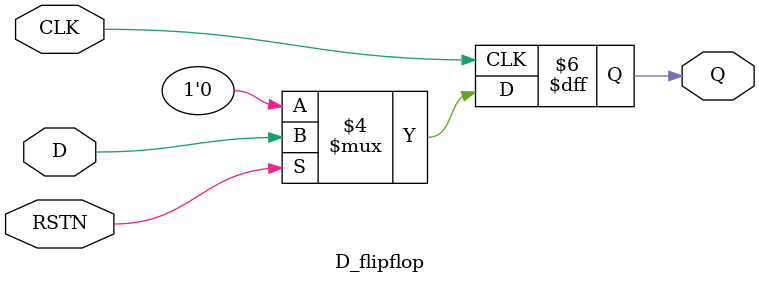
<source format=v>
module D_flipflop(
	input CLK,
	input RSTN,
	input D,
	output reg Q
);

always@(posedge CLK) begin
	if(!RSTN) Q<=0;  //synchronous reset
	else Q<=D;
end

endmodule

</source>
